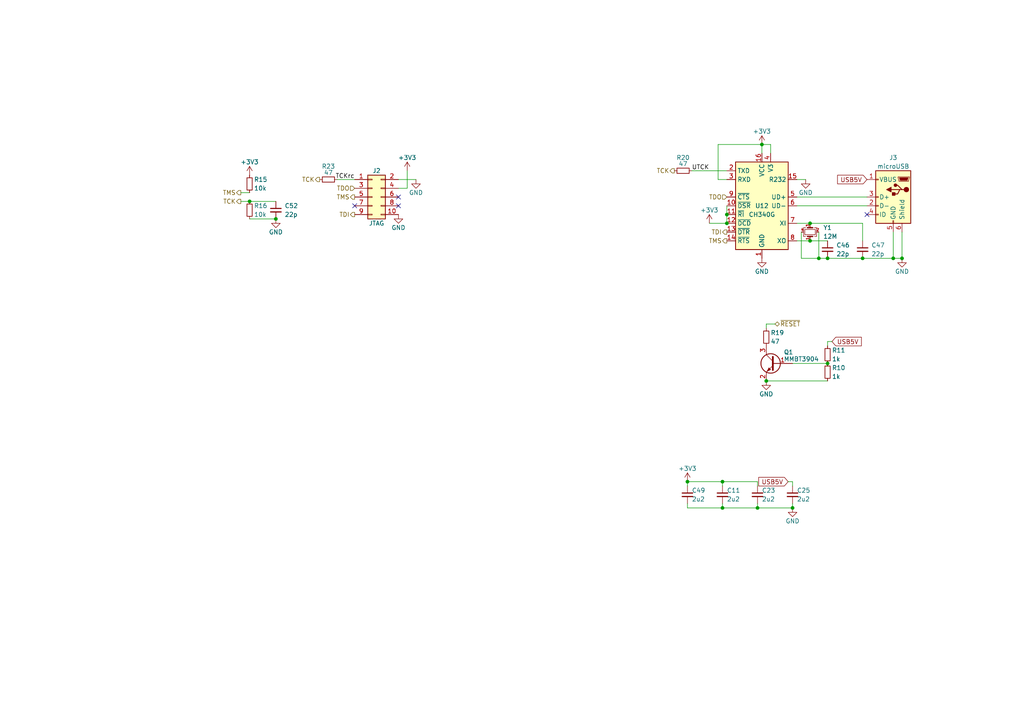
<source format=kicad_sch>
(kicad_sch (version 20230121) (generator eeschema)
  (paper "A4")
  (title_block (title "WarpSE (GW4410A)") (date "2024-03-27") (rev "1.0") (company "Garrett's Workshop"))
  (lib_symbols
    (symbol "Connector:USB_B_Micro" (pin_names (offset 1.016))
      (property "Reference" "J" (at -5.08 11.43 0))
      (property "Value" "USB_B_Micro" (at -5.08 8.89 0))
      (symbol "USB_B_Micro_0_1"
        (rectangle (start -5.08 -7.62) (end 5.08 7.62) (stroke (width 0.254)) (fill (type background)))
        (circle (center -3.81 2.159) (radius 0.635) (stroke (width 0.254)) (fill (type outline)))
        (circle (center -0.635 3.429) (radius 0.381) (stroke (width 0.254)) (fill (type outline)))
        (rectangle (start -0.127 -7.62) (end 0.127 -6.858))
        (polyline (pts (xy -1.905 2.159) (xy 0.635 2.159)) (stroke (width 0.254)))
        (polyline (pts (xy -3.175 2.159) (xy -2.54 2.159) (xy -1.27 3.429) (xy -0.635 3.429)) (stroke (width 0.254)))
        (polyline (pts (xy -2.54 2.159) (xy -1.905 2.159) (xy -1.27 0.889) (xy 0 0.889)) (stroke (width 0.254)))
        (polyline (pts (xy 0.635 2.794) (xy 0.635 1.524) (xy 1.905 2.159) (xy 0.635 2.794)) (stroke (width 0.254)) (fill (type outline)))
        (polyline (pts (xy -4.318 5.588) (xy -1.778 5.588) (xy -2.032 4.826) (xy -4.064 4.826) (xy -4.318 5.588)) (fill (type outline)))
        (polyline (pts (xy -4.699 5.842) (xy -4.699 5.588) (xy -4.445 4.826) (xy -4.445 4.572) (xy -1.651 4.572) (xy -1.651 4.826) (xy -1.397 5.588) (xy -1.397 5.842) (xy -4.699 5.842)))
        (rectangle (start 0.254 1.27) (end -0.508 0.508) (stroke (width 0.254)) (fill (type outline)))
        (rectangle (start 5.08 -5.207) (end 4.318 -4.953))
        (rectangle (start 5.08 -2.667) (end 4.318 -2.413))
        (rectangle (start 5.08 -0.127) (end 4.318 0.127))
        (rectangle (start 5.08 4.953) (end 4.318 5.207))
      )
      (symbol "USB_B_Micro_1_1"
        (pin power_out line (at 7.62 5.08 180) (length 2.54) (name "VBUS") (number "1"))
        (pin bidirectional line (at 7.62 -2.54 180) (length 2.54) (name "D-") (number "2"))
        (pin bidirectional line (at 7.62 0 180) (length 2.54) (name "D+") (number "3"))
        (pin passive line (at 7.62 -5.08 180) (length 2.54) (name "ID") (number "4"))
        (pin power_out line (at 0 -10.16 90) (length 2.54) (name "GND") (number "5"))
        (pin passive line (at -2.54 -10.16 90) (length 2.54) (name "Shield") (number "6"))
      )
    )
    (symbol "Connector_Generic:Conn_02x05_Odd_Even" (pin_names (offset 1.016) hide)
      (property "Reference" "J" (at 1.27 7.62 0))
      (property "Value" "Conn_02x05_Odd_Even" (at 1.27 -7.62 0))
      (symbol "Conn_02x05_Odd_Even_1_1"
        (rectangle (start -1.27 -4.953) (end 0 -5.207) (stroke (width 0.1524)))
        (rectangle (start -1.27 -2.413) (end 0 -2.667) (stroke (width 0.1524)))
        (rectangle (start -1.27 0.127) (end 0 -0.127) (stroke (width 0.1524)))
        (rectangle (start -1.27 2.667) (end 0 2.413) (stroke (width 0.1524)))
        (rectangle (start -1.27 5.207) (end 0 4.953) (stroke (width 0.1524)))
        (rectangle (start -1.27 6.35) (end 3.81 -6.35) (stroke (width 0.254)) (fill (type background)))
        (rectangle (start 3.81 -4.953) (end 2.54 -5.207) (stroke (width 0.1524)))
        (rectangle (start 3.81 -2.413) (end 2.54 -2.667) (stroke (width 0.1524)))
        (rectangle (start 3.81 0.127) (end 2.54 -0.127) (stroke (width 0.1524)))
        (rectangle (start 3.81 2.667) (end 2.54 2.413) (stroke (width 0.1524)))
        (rectangle (start 3.81 5.207) (end 2.54 4.953) (stroke (width 0.1524)))
        (pin passive line (at -5.08 5.08 0) (length 3.81) (name "Pin_1") (number "1"))
        (pin passive line (at 7.62 -5.08 180) (length 3.81) (name "Pin_10") (number "10"))
        (pin passive line (at 7.62 5.08 180) (length 3.81) (name "Pin_2") (number "2"))
        (pin passive line (at -5.08 2.54 0) (length 3.81) (name "Pin_3") (number "3"))
        (pin passive line (at 7.62 2.54 180) (length 3.81) (name "Pin_4") (number "4"))
        (pin passive line (at -5.08 0 0) (length 3.81) (name "Pin_5") (number "5"))
        (pin passive line (at 7.62 0 180) (length 3.81) (name "Pin_6") (number "6"))
        (pin passive line (at -5.08 -2.54 0) (length 3.81) (name "Pin_7") (number "7"))
        (pin passive line (at 7.62 -2.54 180) (length 3.81) (name "Pin_8") (number "8"))
        (pin passive line (at -5.08 -5.08 0) (length 3.81) (name "Pin_9") (number "9"))
      )
    )
    (symbol "Device:C_Small" (pin_numbers hide) (pin_names (offset 0.254) hide)
      (property "Reference" "C" (at 0.254 1.778 0))
      (property "Value" "C_Small" (at 0.254 -2.032 0))
      (symbol "C_Small_0_1"
        (polyline (pts (xy -1.524 -0.508) (xy 1.524 -0.508)) (stroke (width 0.3302)))
        (polyline (pts (xy -1.524 0.508) (xy 1.524 0.508)) (stroke (width 0.3048)))
      )
      (symbol "C_Small_1_1"
        (pin passive line (at 0 2.54 270) (length 2.032) (name "~") (number "1"))
        (pin passive line (at 0 -2.54 90) (length 2.032) (name "~") (number "2"))
      )
    )
    (symbol "Device:Crystal_GND24_Small" (pin_names (offset 1.016) hide)
      (property "Reference" "Y" (at 1.27 4.445 0))
      (property "Value" "Crystal_GND24_Small" (at 1.27 2.54 0))
      (symbol "Crystal_GND24_Small_0_1"
        (rectangle (start -0.762 -1.524) (end 0.762 1.524))
        (polyline (pts (xy -1.27 -0.762) (xy -1.27 0.762)) (stroke (width 0.381)))
        (polyline (pts (xy 1.27 -0.762) (xy 1.27 0.762)) (stroke (width 0.381)))
        (polyline (pts (xy -1.27 -1.27) (xy -1.27 -1.905) (xy 1.27 -1.905) (xy 1.27 -1.27)))
        (polyline (pts (xy -1.27 1.27) (xy -1.27 1.905) (xy 1.27 1.905) (xy 1.27 1.27)))
      )
      (symbol "Crystal_GND24_Small_1_1"
        (pin passive line (at -2.54 0 0) (length 1.27) (name "1") (number "1"))
        (pin passive line (at 0 -2.54 90) (length 0.635) (name "2") (number "2"))
        (pin passive line (at 2.54 0 180) (length 1.27) (name "3") (number "3"))
        (pin passive line (at 0 2.54 270) (length 0.635) (name "4") (number "4"))
      )
    )
    (symbol "Device:R_Small" (pin_numbers hide) (pin_names (offset 0.254) hide)
      (property "Reference" "R" (at 0.762 0.508 0))
      (property "Value" "R_Small" (at 0.762 -1.016 0))
      (symbol "R_Small_0_1"
        (rectangle (start -0.762 1.778) (end 0.762 -1.778) (stroke (width 0.2032)))
      )
      (symbol "R_Small_1_1"
        (pin passive line (at 0 2.54 270) (length 0.762) (name "~") (number "1"))
        (pin passive line (at 0 -2.54 90) (length 0.762) (name "~") (number "2"))
      )
    )
    (symbol "Interface_USB:CH340G"
      (property "Reference" "U" (at -5.08 13.97 0))
      (property "Value" "CH340G" (at 1.27 13.97 0))
      (symbol "CH340G_0_1"
        (rectangle (start -7.62 12.7) (end 7.62 -12.7) (stroke (width 0.254)) (fill (type background)))
      )
      (symbol "CH340G_1_1"
        (pin power_in line (at 0 -15.24 90) (length 2.54) (name "GND") (number "1"))
        (pin input line (at 10.16 0 180) (length 2.54) (name "~{DSR}") (number "10"))
        (pin input line (at 10.16 -2.54 180) (length 2.54) (name "~{RI}") (number "11"))
        (pin input line (at 10.16 -5.08 180) (length 2.54) (name "~{DCD}") (number "12"))
        (pin output line (at 10.16 -7.62 180) (length 2.54) (name "~{DTR}") (number "13"))
        (pin output line (at 10.16 -10.16 180) (length 2.54) (name "~{RTS}") (number "14"))
        (pin input line (at -10.16 7.62 0) (length 2.54) (name "R232") (number "15"))
        (pin power_in line (at 0 15.24 270) (length 2.54) (name "VCC") (number "16"))
        (pin output line (at 10.16 10.16 180) (length 2.54) (name "TXD") (number "2"))
        (pin input line (at 10.16 7.62 180) (length 2.54) (name "RXD") (number "3"))
        (pin passive line (at -2.54 15.24 270) (length 2.54) (name "V3") (number "4"))
        (pin bidirectional line (at -10.16 2.54 0) (length 2.54) (name "UD+") (number "5"))
        (pin bidirectional line (at -10.16 0 0) (length 2.54) (name "UD-") (number "6"))
        (pin input line (at -10.16 -5.08 0) (length 2.54) (name "XI") (number "7"))
        (pin output line (at -10.16 -10.16 0) (length 2.54) (name "XO") (number "8"))
        (pin input line (at 10.16 2.54 180) (length 2.54) (name "~{CTS}") (number "9"))
      )
    )
    (symbol "Transistor_BJT:MMBT3904" (pin_names (offset 0) hide)
      (property "Reference" "Q" (at 5.08 1.905 0))
      (property "Value" "MMBT3904" (at 5.08 0 0))
      (symbol "MMBT3904_0_1"
        (polyline (pts (xy 0.635 0.635) (xy 2.54 2.54)))
        (polyline (pts (xy 0.635 -0.635) (xy 2.54 -2.54) (xy 2.54 -2.54)))
        (polyline (pts (xy 0.635 1.905) (xy 0.635 -1.905) (xy 0.635 -1.905)) (stroke (width 0.508)))
        (polyline (pts (xy 1.27 -1.778) (xy 1.778 -1.27) (xy 2.286 -2.286) (xy 1.27 -1.778) (xy 1.27 -1.778)) (fill (type outline)))
        (circle (center 1.27 0) (radius 2.8194) (stroke (width 0.254)))
      )
      (symbol "MMBT3904_1_1"
        (pin input line (at -5.08 0 0) (length 5.715) (name "B") (number "1"))
        (pin passive line (at 2.54 -5.08 90) (length 2.54) (name "E") (number "2"))
        (pin passive line (at 2.54 5.08 270) (length 2.54) (name "C") (number "3"))
      )
    )
    (symbol "power:+3V3" (power) (pin_names (offset 0))
      (property "Value" "+3V3" (at 0 3.556 0))
      (symbol "+3V3_0_1"
        (polyline (pts (xy -0.762 1.27) (xy 0 2.54)))
        (polyline (pts (xy 0 0) (xy 0 2.54)))
        (polyline (pts (xy 0 2.54) (xy 0.762 1.27)))
      )
      (symbol "+3V3_1_1"
        (pin power_in line (at 0 0 90) (length 0) hide (name "+3V3") (number "1"))
      )
    )
    (symbol "power:GND" (power) (pin_names (offset 0))
      (property "Value" "GND" (at 0 -3.81 0))
      (symbol "GND_0_1"
        (polyline (pts (xy 0 0) (xy 0 -1.27) (xy 1.27 -1.27) (xy 0 -2.54) (xy -1.27 -1.27) (xy 0 -1.27)))
      )
      (symbol "GND_1_1"
        (pin power_in line (at 0 0 270) (length 0) hide (name "GND") (number "1"))
      )
    )
  )
  (junction (at 261.62 74.93))
  (junction (at 210.82 62.23))
  (junction (at 209.55 139.7))
  (junction (at 220.98 41.91))
  (junction (at 250.19 74.93))
  (junction (at 237.49 74.93))
  (junction (at 234.95 69.85))
  (junction (at 240.03 74.93))
  (junction (at 72.39 58.42))
  (junction (at 222.25 110.49))
  (junction (at 219.71 147.32))
  (junction (at 210.82 64.77))
  (junction (at 240.03 105.41))
  (junction (at 229.87 147.32))
  (junction (at 80.01 63.5))
  (junction (at 209.55 147.32))
  (junction (at 259.08 74.93))
  (junction (at 234.95 64.77))
  (junction (at 199.39 139.7))
  (no_connect (at 115.57 59.69))
  (no_connect (at 251.46 62.23))
  (no_connect (at 102.87 59.69))
  (no_connect (at 115.57 57.15))
  (wire (pts (xy 231.14 64.77) (xy 234.95 64.77)))
  (wire (pts (xy 240.03 69.85) (xy 234.95 69.85)))
  (wire (pts (xy 250.19 64.77) (xy 250.19 69.85)))
  (wire (pts (xy 115.57 52.07) (xy 120.65 52.07)))
  (wire (pts (xy 223.52 41.91) (xy 223.52 44.45)))
  (wire (pts (xy 208.28 41.91) (xy 220.98 41.91)))
  (wire (pts (xy 231.14 69.85) (xy 234.95 69.85)))
  (wire (pts (xy 240.03 74.93) (xy 250.19 74.93)))
  (wire (pts (xy 209.55 139.7) (xy 219.71 139.7)))
  (wire (pts (xy 115.57 54.61) (xy 118.11 54.61)))
  (wire (pts (xy 72.39 55.88) (xy 69.85 55.88)))
  (wire (pts (xy 229.87 139.7) (xy 229.87 140.97)))
  (wire (pts (xy 72.39 58.42) (xy 80.01 58.42)))
  (wire (pts (xy 259.08 74.93) (xy 261.62 74.93)))
  (wire (pts (xy 118.11 54.61) (xy 118.11 49.53)))
  (wire (pts (xy 237.49 74.93) (xy 232.41 74.93)))
  (wire (pts (xy 219.71 139.7) (xy 219.71 140.97)))
  (wire (pts (xy 237.49 67.31) (xy 237.49 74.93)))
  (wire (pts (xy 222.25 93.98) (xy 222.25 95.25)))
  (wire (pts (xy 72.39 63.5) (xy 80.01 63.5)))
  (wire (pts (xy 199.39 139.7) (xy 199.39 140.97)))
  (wire (pts (xy 229.87 147.32) (xy 229.87 146.05)))
  (wire (pts (xy 261.62 67.31) (xy 261.62 74.93)))
  (wire (pts (xy 210.82 62.23) (xy 210.82 59.69)))
  (wire (pts (xy 209.55 139.7) (xy 209.55 140.97)))
  (wire (pts (xy 220.98 41.91) (xy 223.52 41.91)))
  (wire (pts (xy 241.3 99.06) (xy 240.03 99.06)))
  (wire (pts (xy 234.95 64.77) (xy 250.19 64.77)))
  (wire (pts (xy 69.85 58.42) (xy 72.39 58.42)))
  (wire (pts (xy 240.03 105.41) (xy 229.87 105.41)))
  (wire (pts (xy 219.71 147.32) (xy 219.71 146.05)))
  (wire (pts (xy 259.08 67.31) (xy 259.08 74.93)))
  (wire (pts (xy 233.68 52.07) (xy 231.14 52.07)))
  (wire (pts (xy 250.19 74.93) (xy 259.08 74.93)))
  (wire (pts (xy 209.55 147.32) (xy 199.39 147.32)))
  (wire (pts (xy 199.39 139.7) (xy 209.55 139.7)))
  (wire (pts (xy 205.74 64.77) (xy 210.82 64.77)))
  (wire (pts (xy 219.71 147.32) (xy 209.55 147.32)))
  (wire (pts (xy 222.25 110.49) (xy 240.03 110.49)))
  (wire (pts (xy 237.49 74.93) (xy 240.03 74.93)))
  (wire (pts (xy 209.55 147.32) (xy 209.55 146.05)))
  (wire (pts (xy 240.03 99.06) (xy 240.03 100.33)))
  (wire (pts (xy 229.87 139.7) (xy 228.6 139.7)))
  (wire (pts (xy 199.39 147.32) (xy 199.39 146.05)))
  (wire (pts (xy 210.82 62.23) (xy 210.82 64.77)))
  (wire (pts (xy 219.71 147.32) (xy 229.87 147.32)))
  (wire (pts (xy 232.41 74.93) (xy 232.41 67.31)))
  (wire (pts (xy 251.46 57.15) (xy 231.14 57.15)))
  (wire (pts (xy 208.28 41.91) (xy 208.28 52.07)))
  (wire (pts (xy 224.79 93.98) (xy 222.25 93.98)))
  (wire (pts (xy 208.28 52.07) (xy 210.82 52.07)))
  (wire (pts (xy 231.14 59.69) (xy 251.46 59.69)))
  (wire (pts (xy 220.98 41.91) (xy 220.98 44.45)))
  (wire (pts (xy 97.79 52.07) (xy 102.87 52.07)))
  (wire (pts (xy 210.82 49.53) (xy 200.66 49.53)))
  (label "UTCK" (at 200.66 49.53 0))
  (label "TCKrc" (at 102.87 52.07 180))
  (global_label "USB5V" (shape input) (at 251.46 52.07 180) (property "Intersheetrefs" "${INTERSHEET_REFS}" (effects hide)))
  (global_label "USB5V" (shape input) (at 228.6 139.7 180) (property "Intersheetrefs" "${INTERSHEET_REFS}" (effects hide)))
  (global_label "USB5V" (shape input) (at 241.3 99.06 0) (property "Intersheetrefs" "${INTERSHEET_REFS}" (effects hide)))
  (hierarchical_label "TCK" (shape output) (at 92.71 52.07 180))
  (hierarchical_label "TCK" (shape output) (at 69.85 58.42 180))
  (hierarchical_label "TMS" (shape output) (at 69.85 55.88 180))
  (hierarchical_label "~{RESET}" (shape tri_state) (at 224.79 93.98 0))
  (hierarchical_label "TMS" (shape output) (at 210.82 69.85 180))
  (hierarchical_label "TDI" (shape output) (at 102.87 62.23 180))
  (hierarchical_label "TMS" (shape output) (at 102.87 57.15 180))
  (hierarchical_label "TDO" (shape input) (at 210.82 57.15 180))
  (hierarchical_label "TCK" (shape output) (at 195.58 49.53 180))
  (hierarchical_label "TDO" (shape input) (at 102.87 54.61 180))
  (hierarchical_label "TDI" (shape output) (at 210.82 67.31 180))
  (symbol (lib_id "Connector_Generic:Conn_02x05_Odd_Even") (at 107.95 57.15 0) (unit 1)
    (property "Reference" "J2" (at 109.22 49.53 0))
    (property "Value" "JTAG" (at 109.22 64.77 0))
    (property "Footprint" "Connector:Tag-Connect_TC2050-IDC-FP_2x05_P1.27mm_Vertical" (effects hide))
  )
  (symbol (lib_id "power:+3V3") (at 118.11 49.53 0) (unit 1)
    (property "Reference" "#PWR0128" (effects hide))
    (property "Value" "+3V3" (at 118.11 45.72 0))
  )
  (symbol (lib_id "Interface_USB:CH340G") (at 220.98 59.69 0) (mirror y) (unit 1)
    (property "Reference" "U12" (at 220.98 59.69 0))
    (property "Value" "CH340G" (at 220.98 62.23 0))
    (property "Footprint" "stdpads:SOIC-16_3.9mm" (effects hide))
    (property "Datasheet" "http://www.datasheet5.com/pdf-local-2195953" (effects hide))
    (property "LCSC Part" "C14267" (effects hide))
  )
  (symbol (lib_id "power:GND") (at 233.68 52.07 0) (mirror y) (unit 1)
    (property "Reference" "#PWR0164" (effects hide))
    (property "Value" "GND" (at 233.68 55.88 0))
  )
  (symbol (lib_id "Device:C_Small") (at 209.55 143.51 0) (unit 1)
    (property "Reference" "C11" (at 210.82 142.24 0) (effects (justify left)))
    (property "Value" "2u2" (at 210.82 144.78 0) (effects (justify left)))
    (property "Footprint" "stdpads:C_0603" (effects hide))
    (property "LCSC Part" "C23630" (effects hide))
  )
  (symbol (lib_id "Device:C_Small") (at 219.71 143.51 0) (unit 1)
    (property "Reference" "C23" (at 220.98 142.24 0) (effects (justify left)))
    (property "Value" "2u2" (at 220.98 144.78 0) (effects (justify left)))
    (property "Footprint" "stdpads:C_0603" (effects hide))
    (property "LCSC Part" "C23630" (effects hide))
  )
  (symbol (lib_id "Device:C_Small") (at 229.87 143.51 0) (unit 1)
    (property "Reference" "C25" (at 231.14 142.24 0) (effects (justify left)))
    (property "Value" "2u2" (at 231.14 144.78 0) (effects (justify left)))
    (property "Footprint" "stdpads:C_0603" (effects hide))
    (property "LCSC Part" "C23630" (effects hide))
  )
  (symbol (lib_id "power:GND") (at 261.62 74.93 0) (mirror y) (unit 1)
    (property "Reference" "#PWR0165" (effects hide))
    (property "Value" "GND" (at 261.62 78.74 0))
  )
  (symbol (lib_id "power:GND") (at 115.57 62.23 0) (unit 1)
    (property "Reference" "#PWR0127" (effects hide))
    (property "Value" "GND" (at 115.57 66.04 0))
  )
  (symbol (lib_id "Device:C_Small") (at 240.03 72.39 0) (unit 1)
    (property "Reference" "C46" (at 242.57 71.12 0) (effects (justify left)))
    (property "Value" "22p" (at 242.57 73.66 0) (effects (justify left)))
    (property "Footprint" "stdpads:C_0603" (effects hide))
    (property "LCSC Part" "C1653" (effects hide))
  )
  (symbol (lib_id "Device:C_Small") (at 250.19 72.39 0) (unit 1)
    (property "Reference" "C47" (at 252.73 71.12 0) (effects (justify left)))
    (property "Value" "22p" (at 252.73 73.66 0) (effects (justify left)))
    (property "Footprint" "stdpads:C_0603" (effects hide))
    (property "LCSC Part" "C1653" (effects hide))
  )
  (symbol (lib_id "Connector:USB_B_Micro") (at 259.08 57.15 0) (mirror y) (unit 1)
    (property "Reference" "J3" (at 259.08 45.72 0))
    (property "Value" "microUSB" (at 259.08 48.26 0))
    (property "Footprint" "stdpads:USB_Micro-B_Amphenol_10118192-0001" (effects hide))
    (property "LCSC Part" "C404969" (effects hide))
  )
  (symbol (lib_id "power:GND") (at 120.65 52.07 0) (unit 1)
    (property "Reference" "#PWR0204" (effects hide))
    (property "Value" "GND" (at 120.65 55.88 0))
  )
  (symbol (lib_id "power:GND") (at 229.87 147.32 0) (mirror y) (unit 1)
    (property "Reference" "#PWR0199" (effects hide))
    (property "Value" "GND" (at 229.87 151.13 0))
  )
  (symbol (lib_id "power:GND") (at 220.98 74.93 0) (mirror y) (unit 1)
    (property "Reference" "#PWR0162" (effects hide))
    (property "Value" "GND" (at 220.98 78.74 0))
  )
  (symbol (lib_id "Device:R_Small") (at 72.39 60.96 0) (mirror y) (unit 1)
    (property "Reference" "R16" (at 73.66 59.69 0) (effects (justify right)))
    (property "Value" "10k" (at 73.66 62.23 0) (effects (justify right)))
    (property "Footprint" "stdpads:R_0603" (effects hide))
    (property "LCSC Part" "C25804" (effects hide))
  )
  (symbol (lib_id "Device:R_Small") (at 72.39 53.34 0) (mirror y) (unit 1)
    (property "Reference" "R15" (at 73.66 52.07 0) (effects (justify right)))
    (property "Value" "10k" (at 73.66 54.61 0) (effects (justify right)))
    (property "Footprint" "stdpads:R_0603" (effects hide))
    (property "LCSC Part" "C25804" (effects hide))
  )
  (symbol (lib_id "power:+3V3") (at 72.39 50.8 0) (unit 1)
    (property "Reference" "#PWR0205" (effects hide))
    (property "Value" "+3V3" (at 72.39 46.99 0))
  )
  (symbol (lib_id "power:GND") (at 80.01 63.5 0) (unit 1)
    (property "Reference" "#PWR0206" (effects hide))
    (property "Value" "GND" (at 80.01 67.31 0))
  )
  (symbol (lib_id "Device:R_Small") (at 240.03 102.87 180) (unit 1)
    (property "Reference" "R11" (at 241.3 101.6 0) (effects (justify right)))
    (property "Value" "1k" (at 241.3 104.14 0) (effects (justify right)))
    (property "Footprint" "stdpads:R_0603" (effects hide))
  )
  (symbol (lib_id "power:+3V3") (at 205.74 64.77 0) (unit 1)
    (property "Reference" "#PWR022" (effects hide))
    (property "Value" "+3V3" (at 205.74 60.96 0))
  )
  (symbol (lib_id "Device:Crystal_GND24_Small") (at 234.95 67.31 90) (unit 1)
    (property "Reference" "Y1" (at 238.76 66.04 90) (effects (justify right)))
    (property "Value" "12M" (at 238.76 68.58 90) (effects (justify right)))
    (property "Footprint" "stdpads:Crystal_SMD_3225-4Pin_3.2x2.5mm" (effects hide))
  )
  (symbol (lib_id "power:+3V3") (at 199.39 139.7 0) (unit 1)
    (property "Reference" "#PWR023" (effects hide))
    (property "Value" "+3V3" (at 199.39 135.89 0))
  )
  (symbol (lib_id "Transistor_BJT:MMBT3904") (at 224.79 105.41 0) (mirror y) (unit 1)
    (property "Reference" "Q1" (at 227.33 102.87 0) (effects (justify right bottom)))
    (property "Value" "MMBT3904" (at 227.33 104.14 0) (effects (justify right)))
    (property "Footprint" "stdpads:SOT-23" (effects hide))
    (property "Datasheet" "https://www.onsemi.com/pub/Collateral/2N3903-D.PDF" (effects hide))
    (property "LCSC Part" "C20526" (effects hide))
  )
  (symbol (lib_id "Device:R_Small") (at 198.12 49.53 270) (unit 1)
    (property "Reference" "R20" (at 198.12 45.72 90))
    (property "Value" "47" (at 198.12 48.26 90) (effects (justify bottom)))
    (property "Footprint" "stdpads:R_0603" (effects hide))
    (property "LCSC Part" "C23182" (effects hide))
  )
  (symbol (lib_id "Device:R_Small") (at 222.25 97.79 0) (mirror y) (unit 1)
    (property "Reference" "R19" (at 223.52 96.52 0) (effects (justify right)))
    (property "Value" "47" (at 223.52 99.06 0) (effects (justify right)))
    (property "Footprint" "stdpads:R_0603" (effects hide))
  )
  (symbol (lib_id "Device:C_Small") (at 199.39 143.51 0) (unit 1)
    (property "Reference" "C49" (at 200.66 142.24 0) (effects (justify left)))
    (property "Value" "2u2" (at 200.66 144.78 0) (effects (justify left)))
    (property "Footprint" "stdpads:C_0603" (effects hide))
    (property "LCSC Part" "C23630" (effects hide))
  )
  (symbol (lib_id "Device:R_Small") (at 95.25 52.07 270) (unit 1)
    (property "Reference" "R23" (at 95.25 48.26 90))
    (property "Value" "47" (at 95.25 50.8 90) (effects (justify bottom)))
    (property "Footprint" "stdpads:R_0603" (effects hide))
    (property "LCSC Part" "C23182" (effects hide))
  )
  (symbol (lib_id "power:GND") (at 222.25 110.49 0) (unit 1)
    (property "Reference" "#PWR020" (effects hide))
    (property "Value" "GND" (at 222.25 114.3 0))
  )
  (symbol (lib_id "Device:R_Small") (at 240.03 107.95 180) (unit 1)
    (property "Reference" "R10" (at 241.3 106.68 0) (effects (justify right)))
    (property "Value" "1k" (at 241.3 109.22 0) (effects (justify right)))
    (property "Footprint" "stdpads:R_0603" (effects hide))
  )
  (symbol (lib_id "power:+3V3") (at 220.98 41.91 0) (unit 1)
    (property "Reference" "#PWR021" (effects hide))
    (property "Value" "+3V3" (at 220.98 38.1 0))
  )
  (symbol (lib_id "Device:C_Small") (at 80.01 60.96 0) (unit 1)
    (property "Reference" "C52" (at 82.55 59.69 0) (effects (justify left)))
    (property "Value" "22p" (at 82.55 62.23 0) (effects (justify left)))
    (property "Footprint" "stdpads:C_0603" (effects hide))
    (property "LCSC Part" "C1653" (effects hide))
  )
)
</source>
